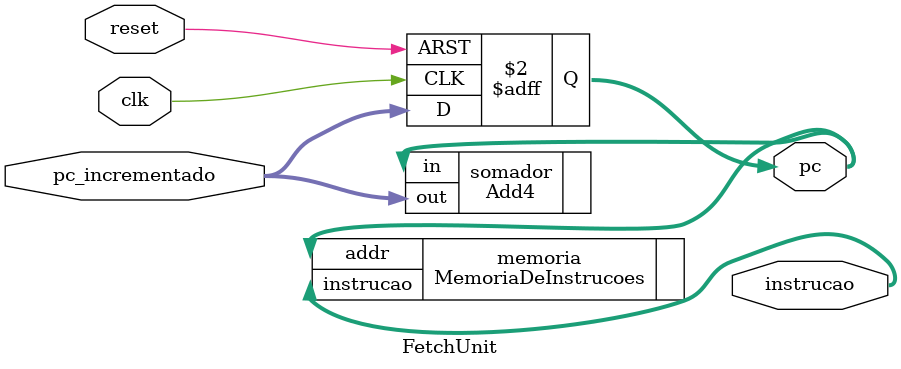
<source format=v>
module FetchUnit(
    input wire clk,                 // Clock
    input wire reset,               // Reset para inicializar o PC
    input wire [31:0] pc_incrementado,
    output wire [31:0] instrucao,   // Instrução buscada da memória
    output reg [31:0] pc
);

    // Registrador do PC
    

    // Fios para conexão entre módulos
    

    // Instancia o módulo Add4 para incrementar o PC
    Add4 somador (
        .in(pc),
        .out(pc_incrementado)
    );

    // Instancia o módulo MemoriaDeInstrucoes para buscar instruções
    MemoriaDeInstrucoes memoria (
        .addr(pc),
        .instrucao(instrucao)
    );

    // Lógica do PC: Incrementa ou reseta
    always @(posedge clk or posedge reset) begin
        if (reset) begin
            // Inicializa o PC no reset
            pc <= 32'b0;            
        end else begin
            // Atualiza o PC com o próximo endereço
            pc <= pc_incrementado;  
        end
    end

endmodule

</source>
